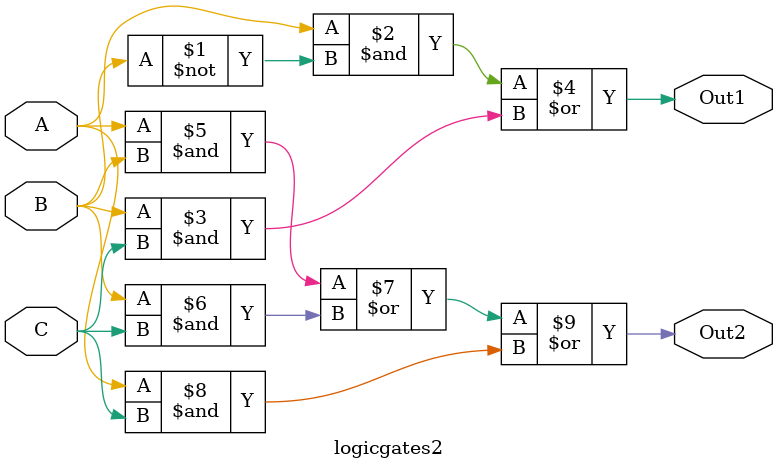
<source format=v>
module logicgates2(Out1, Out2, A, B, C); 

input A, B, C;
output Out1, Out2;

assign Out1 = (A & ~B) | (B & C);
assign Out2 = (A & B) | (B & C) | (A & C);

endmodule
</source>
